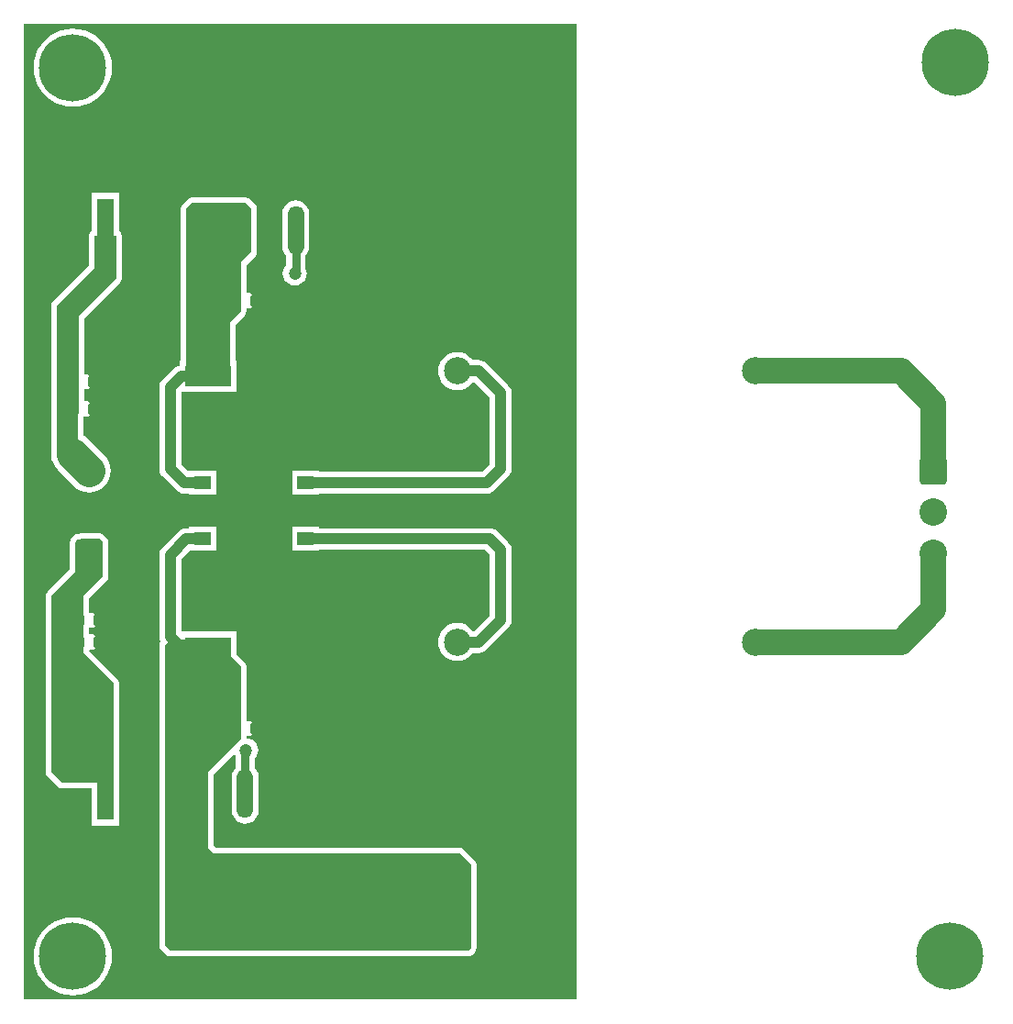
<source format=gtl>
%FSLAX23Y23*%
%MOMM*%
%SFA1B1*%

%IPPOS*%
%AMD14*
4,1,8,-0.449580,0.386080,-0.449580,-0.386080,-0.337820,-0.500380,0.337820,-0.500380,0.449580,-0.386080,0.449580,0.386080,0.337820,0.500380,-0.337820,0.500380,-0.449580,0.386080,0.0*
1,1,0.226000,-0.337820,0.386080*
1,1,0.226000,-0.337820,-0.386080*
1,1,0.226000,0.337820,-0.386080*
1,1,0.226000,0.337820,0.386080*
%
%AMD24*
4,1,8,-0.952500,-1.270000,0.952500,-1.270000,1.270000,-0.952500,1.270000,0.952500,0.952500,1.270000,-0.952500,1.270000,-1.270000,0.952500,-1.270000,-0.952500,-0.952500,-1.270000,0.0*
1,1,0.636000,-0.952500,-0.952500*
1,1,0.636000,0.952500,-0.952500*
1,1,0.636000,0.952500,0.952500*
1,1,0.636000,-0.952500,0.952500*
%
%ADD10R,1.519997X1.199998*%
%ADD11O,1.499997X4.499991*%
%ADD12O,1.499997X4.499991*%
%ADD13R,10.999978X8.999982*%
G04~CAMADD=14~8~0.0~0.0~393.7~354.3~44.5~0.0~15~0.0~0.0~0.0~0.0~0~0.0~0.0~0.0~0.0~0~0.0~0.0~0.0~90.0~354.0~394.0*
%ADD14D14*%
%ADD15R,1.599997X3.499993*%
%ADD16R,4.199992X1.899996*%
%ADD17C,2.399995*%
%ADD18C,0.999998*%
%ADD19C,0.699999*%
%ADD20C,0.799998*%
%ADD21C,2.999994*%
%ADD22C,6.199988*%
%ADD23C,2.499995*%
G04~CAMADD=24~8~0.0~0.0~1000.0~1000.0~125.2~0.0~15~0.0~0.0~0.0~0.0~0~0.0~0.0~0.0~0.0~0~0.0~0.0~0.0~180.0~1000.0~1000.0*
%ADD24D24*%
%ADD25C,2.539995*%
%ADD26C,0.799998*%
%ADD27C,1.199998*%
%LNanalogpsu-1*%
%LPD*%
G36*
X53499Y83749D02*
Y2499D01*
X2499*
Y92499*
X53499*
Y83749*
G37*
%LNanalogpsu-2*%
%LPC*%
G36*
X29759Y46099D02*
X27239D01*
Y43899*
X29759*
Y43990*
X45081*
X45490Y43581*
Y37917*
X44081Y36508*
X43935*
X43742Y36742*
X43476Y36961*
X43172Y37124*
X42842Y37224*
X42499Y37257*
X42156Y37224*
X41826Y37124*
X41522Y36961*
X41256Y36742*
X41037Y36476*
X40874Y36172*
X40774Y35842*
X40741Y35499*
X40774Y35156*
X40874Y34826*
X41037Y34522*
X41256Y34256*
X41522Y34037*
X41826Y33874*
X42156Y33774*
X42499Y33741*
X42842Y33774*
X43172Y33874*
X43476Y34037*
X43742Y34256*
X43935Y34490*
X44499*
X44760Y34525*
X45003Y34626*
X45212Y34786*
X47212Y36786*
X47373Y36995*
X47473Y37238*
X47508Y37499*
Y43999*
X47473Y44260*
X47373Y44503*
X47212Y44712*
X46212Y45712*
X46003Y45872*
X45760Y45973*
X45499Y46008*
X29759*
Y46099*
G37*
G36*
X22999Y76509D02*
X17999D01*
X17804Y76470*
X17639Y76359*
X17139Y75859*
X17028Y75694*
X16989Y75499*
Y61449*
X16899*
Y60994*
X16738Y60973*
X16566Y60902*
X16495Y60873*
X16286Y60712*
X15286Y59712*
X15126Y59503*
X15025Y59260*
X14990Y58999*
Y51499*
X15025Y51238*
X15126Y50995*
X15286Y50786*
X16586Y49486*
X16795Y49325*
X17038Y49225*
X17299Y49190*
X17739*
Y49099*
X20259*
Y51299*
X17739*
X17625*
X17008Y51917*
Y58549*
X22099*
Y61449*
X22009*
Y64788*
X22859Y65639*
X22970Y65804*
X23009Y65999*
Y66291*
X23014Y66299*
X23399*
X23599Y66499*
Y67499*
X23399Y67699*
X23014*
X23009Y67707*
Y70288*
X23859Y71139*
X23970Y71304*
X24009Y71499*
Y75499*
X23976Y75662*
X23970Y75694*
X23859Y75859*
X23359Y76359*
X23194Y76470*
X22999Y76509*
G37*
G36*
X20259Y46099D02*
X17739D01*
Y46008*
X17499*
X17238Y45973*
X16995Y45872*
X16786Y45712*
X15286Y44212*
X15126Y44003*
X15025Y43760*
X14990Y43499*
Y35999*
X15025Y35738*
X15101Y35554*
X15028Y35444*
X14989Y35249*
Y7499*
X15022Y7336*
X15028Y7304*
X15139Y7139*
X15639Y6639*
X15804Y6528*
X15999Y6489*
X19459*
Y6474*
X31459*
Y6489*
X43499*
X43694Y6528*
X43859Y6639*
X44109Y6889*
X44220Y7054*
X44259Y7249*
Y14999*
X44226Y15162*
X44220Y15194*
X44109Y15359*
X43109Y16359*
X42944Y16470*
X42749Y16509*
X20210*
X20009Y16710*
Y23288*
X21865Y25144*
X21963Y25125*
X22011Y25009*
Y23869*
X21827Y23629*
X21701Y23325*
X21658Y22999*
Y19999*
X21701Y19673*
X21827Y19369*
X22027Y19107*
X22289Y18907*
X22593Y18781*
X22919Y18738*
X23245Y18781*
X23549Y18907*
X23811Y19107*
X24011Y19369*
X24137Y19673*
X24180Y19999*
Y22999*
X24137Y23325*
X24011Y23629*
X23827Y23869*
Y24746*
X23849Y24800*
X23960Y24944*
X24071Y25212*
X24108Y25499*
X24071Y25786*
X23960Y26054*
X23784Y26284*
X23554Y26460*
X23286Y26571*
X23009Y26607*
Y26791*
X23014Y26799*
X23399*
X23599Y26999*
Y27999*
X23399Y28199*
X23014*
X23009Y28207*
Y33249*
X22976Y33412*
X22970Y33444*
X22859Y33609*
X22099Y34370*
Y36449*
X17008*
Y43081*
X17825Y43899*
X20259*
Y46099*
G37*
G36*
X6999Y10110D02*
X6434Y10066D01*
X5883Y9933*
X5360Y9717*
X4876Y9420*
X4446Y9052*
X4078Y8622*
X3781Y8138*
X3565Y7615*
X3432Y7064*
X3388Y6499*
X3432Y5934*
X3565Y5383*
X3781Y4860*
X4078Y4376*
X4446Y3946*
X4876Y3578*
X5360Y3281*
X5883Y3065*
X6434Y2932*
X6999Y2888*
X7564Y2932*
X8115Y3065*
X8638Y3281*
X9122Y3578*
X9552Y3946*
X9920Y4376*
X10217Y4860*
X10433Y5383*
X10566Y5934*
X10610Y6499*
X10566Y7064*
X10433Y7615*
X10217Y8138*
X9920Y8622*
X9552Y9052*
X9122Y9420*
X8638Y9717*
X8115Y9933*
X7564Y10066*
X6999Y10110*
G37*
G36*
X9499Y45509D02*
X7749D01*
X7554Y45470*
X7548Y45466*
X7547*
X7333Y45438*
X7134Y45356*
X6963Y45225*
X6832Y45054*
X6750Y44855*
X6722Y44642*
Y42736*
X6739Y42605*
Y42210*
X4639Y40109*
X4528Y39944*
X4489Y39749*
Y23499*
X4522Y23336*
X4528Y23304*
X4639Y23139*
X5639Y22139*
X5804Y22028*
X5999Y21989*
X8699*
Y18549*
X11299*
Y23049*
X11259*
Y31749*
X11226Y31912*
X11220Y31944*
X11109Y32109*
X8512Y34707*
X8551Y34799*
X8899*
X9099Y34999*
Y35999*
X8899Y36199*
X8514*
X8509Y36207*
Y36791*
X8514Y36799*
X8899*
X9099Y36999*
Y37999*
X8899Y38199*
X8514*
X8509Y38207*
Y39538*
X10109Y41139*
X10220Y41304*
X10259Y41499*
Y42605*
X10276Y42736*
Y44642*
X10248Y44855*
X10228Y44902*
X10226Y44912*
X10220Y44944*
X10196Y44979*
X10166Y45054*
X10035Y45225*
X9864Y45356*
X9863*
X9859Y45359*
X9694Y45470*
X9499Y45509*
G37*
G36*
X6999Y92110D02*
X6434Y92066D01*
X5883Y91933*
X5360Y91717*
X4876Y91420*
X4446Y91052*
X4078Y90622*
X3781Y90138*
X3565Y89615*
X3432Y89064*
X3388Y88499*
X3432Y87934*
X3565Y87383*
X3781Y86860*
X4078Y86376*
X4446Y85946*
X4876Y85578*
X5360Y85281*
X5883Y85065*
X6434Y84932*
X6999Y84888*
X7564Y84932*
X8115Y85065*
X8638Y85281*
X9122Y85578*
X9552Y85946*
X9920Y86376*
X10217Y86860*
X10433Y87383*
X10566Y87934*
X10610Y88499*
X10566Y89064*
X10433Y89615*
X10217Y90138*
X9920Y90622*
X9552Y91052*
X9122Y91420*
X8638Y91717*
X8115Y91933*
X7564Y92066*
X6999Y92110*
G37*
G36*
X27579Y76260D02*
X27253Y76217D01*
X26949Y76091*
X26687Y75891*
X26487Y75629*
X26361Y75325*
X26318Y74999*
Y71999*
X26361Y71673*
X26487Y71369*
X26671Y71129*
Y70227*
X26538Y70054*
X26427Y69786*
X26390Y69499*
X26427Y69212*
X26538Y68944*
X26714Y68714*
X26944Y68538*
X27212Y68427*
X27499Y68390*
X27786Y68427*
X28054Y68538*
X28284Y68714*
X28460Y68944*
X28571Y69212*
X28608Y69499*
X28571Y69786*
X28487Y69989*
Y71129*
X28671Y71369*
X28797Y71673*
X28840Y71999*
Y74999*
X28797Y75325*
X28671Y75629*
X28471Y75891*
X28209Y76091*
X27905Y76217*
X27579Y76260*
G37*
G36*
X11299Y76949D02*
X8699D01*
Y73400*
X8639Y73359*
X8528Y73194*
X8489Y72999*
Y70210*
X5139Y66859*
X5028Y66694*
X4989Y66499*
Y52499*
X5028Y52304*
X5091Y52210*
X5142Y52040*
X5328Y51692*
X5578Y51388*
X7078Y49888*
X7382Y49638*
X7730Y49452*
X8107Y49338*
X8499Y49299*
X8891Y49338*
X9268Y49452*
X9616Y49638*
X9920Y49888*
X10170Y50192*
X10356Y50540*
X10470Y50917*
X10509Y51309*
X10470Y51701*
X10356Y52078*
X10170Y52426*
X9920Y52730*
X8420Y54230*
X8116Y54480*
X8009Y54537*
Y56291*
X8014Y56299*
X8399*
X8599Y56499*
Y57499*
X8399Y57699*
X8057*
Y58799*
X8399*
X8599Y58999*
Y59999*
X8399Y60199*
X8057*
Y65336*
X11359Y68639*
X11470Y68804*
X11509Y68999*
Y72999*
X11470Y73194*
X11359Y73359*
X11299Y73400*
Y76949*
G37*
G36*
X42499Y62257D02*
X42156Y62224D01*
X41826Y62124*
X41522Y61961*
X41256Y61742*
X41037Y61476*
X40874Y61172*
X40774Y60842*
X40741Y60499*
X40774Y60156*
X40874Y59826*
X41037Y59522*
X41256Y59256*
X41522Y59037*
X41826Y58874*
X42156Y58774*
X42499Y58741*
X42842Y58774*
X43172Y58874*
X43476Y59037*
X43742Y59256*
X43935Y59490*
X44081*
X45490Y58081*
Y51917*
X44781Y51208*
X29759*
Y51299*
X27239*
Y49099*
X29759*
Y49190*
X45199*
X45460Y49225*
X45703Y49325*
X45912Y49486*
X47212Y50786*
X47373Y50995*
X47473Y51238*
X47508Y51499*
Y58499*
X47473Y58760*
X47373Y59003*
X47212Y59212*
X45212Y61212*
X45003Y61373*
X44760Y61473*
X44499Y61508*
X43935*
X43742Y61742*
X43476Y61961*
X43172Y62124*
X42842Y62224*
X42499Y62257*
G37*
%LNanalogpsu-3*%
%LPD*%
G36*
X21249Y35249D02*
Y34499D01*
X22499Y33249*
Y26499*
X19499Y23499*
Y16499*
X19999Y15999*
X42749*
X43749Y14999*
Y7249*
X43499Y6999*
X15999*
X15499Y7499*
Y35249*
X15999Y35749*
X21499*
X21249Y35249*
G37*
G36*
X9749Y44749D02*
Y41499D01*
X7999Y39749*
Y34499*
X10749Y31749*
Y22499*
X5999*
X4999Y23499*
Y39749*
X7249Y41999*
Y44499*
X7749Y44999*
X9499*
X9749Y44749*
G37*
G36*
X10999Y68999D02*
D01*
X7499Y65499*
Y52999*
X6999Y52499*
X5499*
Y66499*
X8999Y69999*
Y72999*
X10999*
Y68999*
G37*
G36*
X23499Y75499D02*
Y71499D01*
X22499Y70499*
Y65999*
X21499Y64999*
Y60499*
X17499*
Y75499*
X17999Y75999*
X22999*
X23499Y75499*
G37*
G54D10*
X18999Y44999D03*
X28499D03*
X18999Y50199D03*
X28499D03*
G54D11*
X22919Y21499D03*
X27579Y73499D03*
G54D12*
X27999Y21499D03*
X22499Y73499D03*
G54D13*
X25459Y11474D03*
X25039Y83524D03*
G54D14*
X8849Y56999D03*
X7149D03*
Y59499D03*
X8849D03*
X22149Y66999D03*
X23849D03*
Y27499D03*
X22149D03*
X9349Y35499D03*
X7649D03*
Y37499D03*
X9349D03*
G54D15*
X9999Y74699D03*
Y80299D03*
Y15199D03*
Y20799D03*
G54D16*
X19499Y59999D03*
X26499D03*
Y34999D03*
X19499D03*
G54D17*
X86499Y38499D02*
Y43689D01*
X83499Y35499D02*
X86499Y38499D01*
X69999Y35499D02*
X83499D01*
X86499Y51309D02*
Y57499D01*
X83499Y60499D02*
X86499Y57499D01*
X69999Y60499D02*
X83499D01*
G54D18*
X28499Y50199D02*
X45199D01*
X46499Y51499*
Y58499*
X44499Y60499D02*
X46499Y58499D01*
X42499Y60499D02*
X44499D01*
X28499Y44999D02*
X45499D01*
X46499Y43999*
X42499Y35499D02*
X44499D01*
X46499Y37499*
Y43999*
X17499Y44999D02*
X18999D01*
X15999Y43499D02*
X17499Y44999D01*
X15999Y35999D02*
Y43499D01*
Y35999D02*
X16999Y34999D01*
X19499*
X17299Y50199D02*
X18999D01*
X15999Y51499D02*
X17299Y50199D01*
X15999Y51499D02*
Y58999D01*
X16999Y59999*
X19499*
G54D19*
X19499Y28499D02*
X20499Y27499D01*
X19499Y28499D02*
Y34999D01*
X20499Y27499D02*
X22149D01*
X20499Y25499D02*
Y27499D01*
X18499Y23499D02*
X20499Y25499D01*
X18499Y15499D02*
Y23499D01*
X20499Y27499D02*
D01*
X18499Y15499D02*
X22524Y11474D01*
X25459*
G54D20*
X19999Y66999D02*
X22149D01*
X19499Y66499D02*
X19999Y66999D01*
X19499Y59999D02*
Y66499D01*
X9999Y70999D02*
Y74699D01*
X27579Y69579D02*
Y73499D01*
X27499Y69499D02*
X27579Y69579D01*
X7149Y59499D02*
Y66649D01*
X9999Y69499*
Y70999*
X7149Y56999D02*
Y59499D01*
X9999Y20799D02*
Y24499D01*
X22919Y21499D02*
Y25019D01*
X22999Y25099*
G54D21*
X6999Y52809D02*
X8499Y51309D01*
G54D22*
X6999Y88499D03*
Y6499D03*
X87999D03*
X88499Y88999D03*
G54D23*
X42499Y40499D03*
Y55499D03*
Y60499D03*
X69999D03*
X42499Y35499D03*
X69999D03*
G54D24*
X86499Y51309D03*
X8499Y43689D03*
G54D25*
X86499Y47499D03*
Y43689D03*
X8499Y47499D03*
Y51309D03*
G54D26*
X21499Y14499D03*
X22499D03*
X24499D03*
X23499D03*
X26499D03*
X25499D03*
X28499D03*
X27499D03*
X22499Y12999D03*
X24499D03*
X23499D03*
X26499D03*
X25499D03*
X28499D03*
X27499D03*
X26499Y11499D03*
X25499D03*
X27499D03*
X28499D03*
X21499D03*
Y12999D03*
X22499Y11499D03*
X23499D03*
X24499D03*
G54D27*
X9999Y70999D03*
X27499Y69499D03*
X9999Y24499D03*
X22999Y25499D03*
M02*
</source>
